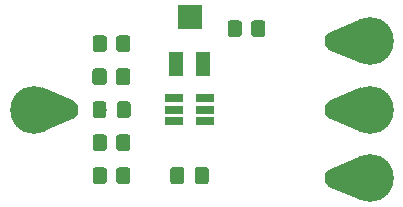
<source format=gbr>
%TF.GenerationSoftware,KiCad,Pcbnew,5.0.2+dfsg1-1*%
%TF.CreationDate,2021-04-27T11:46:40+02:00*%
%TF.ProjectId,eTprox,65547072-6f78-42e6-9b69-6361645f7063,v02*%
%TF.SameCoordinates,Original*%
%TF.FileFunction,Paste,Top*%
%TF.FilePolarity,Positive*%
%FSLAX46Y46*%
G04 Gerber Fmt 4.6, Leading zero omitted, Abs format (unit mm)*
G04 Created by KiCad (PCBNEW 5.0.2+dfsg1-1) date mar. 27 avril 2021 11:46:40 CEST*
%MOMM*%
%LPD*%
G01*
G04 APERTURE LIST*
%ADD10O,4.050000X4.050000*%
%ADD11C,1.770000*%
%ADD12C,0.100000*%
%ADD13R,1.300000X2.000000*%
%ADD14R,2.000000X2.000000*%
%ADD15R,1.560000X0.650000*%
%ADD16C,1.150000*%
%ADD17C,1.175000*%
%ADD18C,1.200000*%
G04 APERTURE END LIST*
D10*
%TO.C,Antenna*%
X60792000Y-68000000D03*
D11*
X63692000Y-68000000D03*
D12*
G36*
X61443441Y-66172868D02*
X61447709Y-66158799D01*
X61454640Y-66145832D01*
X61463967Y-66134467D01*
X61475332Y-66125140D01*
X61488299Y-66118209D01*
X61502368Y-66113941D01*
X61517000Y-66112500D01*
X61531632Y-66113941D01*
X61546544Y-66118564D01*
X64053571Y-67193004D01*
X64070386Y-67199969D01*
X64072666Y-67201188D01*
X64084044Y-67206064D01*
X64096925Y-67213152D01*
X64100191Y-67215900D01*
X64146981Y-67240910D01*
X64219194Y-67289161D01*
X64286330Y-67344258D01*
X64347742Y-67405670D01*
X64402839Y-67472806D01*
X64451090Y-67545019D01*
X64492031Y-67621614D01*
X64525266Y-67701852D01*
X64550478Y-67784963D01*
X64567421Y-67870144D01*
X64575934Y-67956575D01*
X64575934Y-68043425D01*
X64567421Y-68129856D01*
X64550478Y-68215037D01*
X64525266Y-68298148D01*
X64492031Y-68378386D01*
X64451090Y-68454981D01*
X64402839Y-68527194D01*
X64347742Y-68594330D01*
X64286330Y-68655742D01*
X64219194Y-68710839D01*
X64146981Y-68759090D01*
X64100045Y-68784178D01*
X64096168Y-68787360D01*
X64084044Y-68793936D01*
X64072666Y-68798812D01*
X64070386Y-68800031D01*
X64053571Y-68806996D01*
X61546544Y-69881436D01*
X61532528Y-69885875D01*
X61517914Y-69887494D01*
X61503266Y-69886232D01*
X61489146Y-69882136D01*
X61476096Y-69875364D01*
X61464618Y-69866176D01*
X61455152Y-69854925D01*
X61448064Y-69842044D01*
X61443625Y-69828028D01*
X61442000Y-69812500D01*
X61442000Y-66187500D01*
X61443441Y-66172868D01*
X61443441Y-66172868D01*
G37*
%TD*%
D13*
%TO.C,RV1*%
X75150000Y-64158000D03*
D14*
X74000000Y-60158000D03*
D13*
X72850000Y-64158000D03*
%TD*%
D11*
%TO.C,J1*%
X86340000Y-73800000D03*
D12*
G36*
X88588559Y-75627132D02*
X88584291Y-75641201D01*
X88577360Y-75654168D01*
X88568033Y-75665533D01*
X88556668Y-75674860D01*
X88543701Y-75681791D01*
X88529632Y-75686059D01*
X88515000Y-75687500D01*
X88500368Y-75686059D01*
X88485456Y-75681436D01*
X85978429Y-74606996D01*
X85961614Y-74600031D01*
X85959334Y-74598812D01*
X85947956Y-74593936D01*
X85935075Y-74586848D01*
X85931809Y-74584100D01*
X85885019Y-74559090D01*
X85812806Y-74510839D01*
X85745670Y-74455742D01*
X85684258Y-74394330D01*
X85629161Y-74327194D01*
X85580910Y-74254981D01*
X85539969Y-74178386D01*
X85506734Y-74098148D01*
X85481522Y-74015037D01*
X85464579Y-73929856D01*
X85456066Y-73843425D01*
X85456066Y-73756575D01*
X85464579Y-73670144D01*
X85481522Y-73584963D01*
X85506734Y-73501852D01*
X85539969Y-73421614D01*
X85580910Y-73345019D01*
X85629161Y-73272806D01*
X85684258Y-73205670D01*
X85745670Y-73144258D01*
X85812806Y-73089161D01*
X85885019Y-73040910D01*
X85931955Y-73015822D01*
X85935832Y-73012640D01*
X85947956Y-73006064D01*
X85959334Y-73001188D01*
X85961614Y-72999969D01*
X85978429Y-72993004D01*
X88485456Y-71918564D01*
X88499472Y-71914125D01*
X88514086Y-71912506D01*
X88528734Y-71913768D01*
X88542854Y-71917864D01*
X88555904Y-71924636D01*
X88567382Y-71933824D01*
X88576848Y-71945075D01*
X88583936Y-71957956D01*
X88588375Y-71971972D01*
X88590000Y-71987500D01*
X88590000Y-75612500D01*
X88588559Y-75627132D01*
X88588559Y-75627132D01*
G37*
D11*
X86340000Y-68000000D03*
D12*
G36*
X88588559Y-69827132D02*
X88584291Y-69841201D01*
X88577360Y-69854168D01*
X88568033Y-69865533D01*
X88556668Y-69874860D01*
X88543701Y-69881791D01*
X88529632Y-69886059D01*
X88515000Y-69887500D01*
X88500368Y-69886059D01*
X88485456Y-69881436D01*
X85978429Y-68806996D01*
X85961614Y-68800031D01*
X85959334Y-68798812D01*
X85947956Y-68793936D01*
X85935075Y-68786848D01*
X85931809Y-68784100D01*
X85885019Y-68759090D01*
X85812806Y-68710839D01*
X85745670Y-68655742D01*
X85684258Y-68594330D01*
X85629161Y-68527194D01*
X85580910Y-68454981D01*
X85539969Y-68378386D01*
X85506734Y-68298148D01*
X85481522Y-68215037D01*
X85464579Y-68129856D01*
X85456066Y-68043425D01*
X85456066Y-67956575D01*
X85464579Y-67870144D01*
X85481522Y-67784963D01*
X85506734Y-67701852D01*
X85539969Y-67621614D01*
X85580910Y-67545019D01*
X85629161Y-67472806D01*
X85684258Y-67405670D01*
X85745670Y-67344258D01*
X85812806Y-67289161D01*
X85885019Y-67240910D01*
X85931955Y-67215822D01*
X85935832Y-67212640D01*
X85947956Y-67206064D01*
X85959334Y-67201188D01*
X85961614Y-67199969D01*
X85978429Y-67193004D01*
X88485456Y-66118564D01*
X88499472Y-66114125D01*
X88514086Y-66112506D01*
X88528734Y-66113768D01*
X88542854Y-66117864D01*
X88555904Y-66124636D01*
X88567382Y-66133824D01*
X88576848Y-66145075D01*
X88583936Y-66157956D01*
X88588375Y-66171972D01*
X88590000Y-66187500D01*
X88590000Y-69812500D01*
X88588559Y-69827132D01*
X88588559Y-69827132D01*
G37*
D11*
X86340000Y-62200000D03*
D12*
G36*
X88588559Y-64027132D02*
X88584291Y-64041201D01*
X88577360Y-64054168D01*
X88568033Y-64065533D01*
X88556668Y-64074860D01*
X88543701Y-64081791D01*
X88529632Y-64086059D01*
X88515000Y-64087500D01*
X88500368Y-64086059D01*
X88485456Y-64081436D01*
X85978429Y-63006996D01*
X85961614Y-63000031D01*
X85959334Y-62998812D01*
X85947956Y-62993936D01*
X85935075Y-62986848D01*
X85931809Y-62984100D01*
X85885019Y-62959090D01*
X85812806Y-62910839D01*
X85745670Y-62855742D01*
X85684258Y-62794330D01*
X85629161Y-62727194D01*
X85580910Y-62654981D01*
X85539969Y-62578386D01*
X85506734Y-62498148D01*
X85481522Y-62415037D01*
X85464579Y-62329856D01*
X85456066Y-62243425D01*
X85456066Y-62156575D01*
X85464579Y-62070144D01*
X85481522Y-61984963D01*
X85506734Y-61901852D01*
X85539969Y-61821614D01*
X85580910Y-61745019D01*
X85629161Y-61672806D01*
X85684258Y-61605670D01*
X85745670Y-61544258D01*
X85812806Y-61489161D01*
X85885019Y-61440910D01*
X85931955Y-61415822D01*
X85935832Y-61412640D01*
X85947956Y-61406064D01*
X85959334Y-61401188D01*
X85961614Y-61399969D01*
X85978429Y-61393004D01*
X88485456Y-60318564D01*
X88499472Y-60314125D01*
X88514086Y-60312506D01*
X88528734Y-60313768D01*
X88542854Y-60317864D01*
X88555904Y-60324636D01*
X88567382Y-60333824D01*
X88576848Y-60345075D01*
X88583936Y-60357956D01*
X88588375Y-60371972D01*
X88590000Y-60387500D01*
X88590000Y-64012500D01*
X88588559Y-64027132D01*
X88588559Y-64027132D01*
G37*
D10*
X89240000Y-68000000D03*
X89240000Y-73800000D03*
X89240000Y-62200000D03*
%TD*%
D15*
%TO.C,U1*%
X75350000Y-68950000D03*
X75350000Y-68000000D03*
X75350000Y-67050000D03*
X72650000Y-67050000D03*
X72650000Y-68950000D03*
X72650000Y-68000000D03*
%TD*%
D12*
%TO.C,D1*%
G36*
X68779505Y-67301204D02*
X68803773Y-67304804D01*
X68827572Y-67310765D01*
X68850671Y-67319030D01*
X68872850Y-67329520D01*
X68893893Y-67342132D01*
X68913599Y-67356747D01*
X68931777Y-67373223D01*
X68948253Y-67391401D01*
X68962868Y-67411107D01*
X68975480Y-67432150D01*
X68985970Y-67454329D01*
X68994235Y-67477428D01*
X69000196Y-67501227D01*
X69003796Y-67525495D01*
X69005000Y-67549999D01*
X69005000Y-68450001D01*
X69003796Y-68474505D01*
X69000196Y-68498773D01*
X68994235Y-68522572D01*
X68985970Y-68545671D01*
X68975480Y-68567850D01*
X68962868Y-68588893D01*
X68948253Y-68608599D01*
X68931777Y-68626777D01*
X68913599Y-68643253D01*
X68893893Y-68657868D01*
X68872850Y-68670480D01*
X68850671Y-68680970D01*
X68827572Y-68689235D01*
X68803773Y-68695196D01*
X68779505Y-68698796D01*
X68755001Y-68700000D01*
X68104999Y-68700000D01*
X68080495Y-68698796D01*
X68056227Y-68695196D01*
X68032428Y-68689235D01*
X68009329Y-68680970D01*
X67987150Y-68670480D01*
X67966107Y-68657868D01*
X67946401Y-68643253D01*
X67928223Y-68626777D01*
X67911747Y-68608599D01*
X67897132Y-68588893D01*
X67884520Y-68567850D01*
X67874030Y-68545671D01*
X67865765Y-68522572D01*
X67859804Y-68498773D01*
X67856204Y-68474505D01*
X67855000Y-68450001D01*
X67855000Y-67549999D01*
X67856204Y-67525495D01*
X67859804Y-67501227D01*
X67865765Y-67477428D01*
X67874030Y-67454329D01*
X67884520Y-67432150D01*
X67897132Y-67411107D01*
X67911747Y-67391401D01*
X67928223Y-67373223D01*
X67946401Y-67356747D01*
X67966107Y-67342132D01*
X67987150Y-67329520D01*
X68009329Y-67319030D01*
X68032428Y-67310765D01*
X68056227Y-67304804D01*
X68080495Y-67301204D01*
X68104999Y-67300000D01*
X68755001Y-67300000D01*
X68779505Y-67301204D01*
X68779505Y-67301204D01*
G37*
D16*
X68430000Y-68000000D03*
D12*
G36*
X66729505Y-67301204D02*
X66753773Y-67304804D01*
X66777572Y-67310765D01*
X66800671Y-67319030D01*
X66822850Y-67329520D01*
X66843893Y-67342132D01*
X66863599Y-67356747D01*
X66881777Y-67373223D01*
X66898253Y-67391401D01*
X66912868Y-67411107D01*
X66925480Y-67432150D01*
X66935970Y-67454329D01*
X66944235Y-67477428D01*
X66950196Y-67501227D01*
X66953796Y-67525495D01*
X66955000Y-67549999D01*
X66955000Y-68450001D01*
X66953796Y-68474505D01*
X66950196Y-68498773D01*
X66944235Y-68522572D01*
X66935970Y-68545671D01*
X66925480Y-68567850D01*
X66912868Y-68588893D01*
X66898253Y-68608599D01*
X66881777Y-68626777D01*
X66863599Y-68643253D01*
X66843893Y-68657868D01*
X66822850Y-68670480D01*
X66800671Y-68680970D01*
X66777572Y-68689235D01*
X66753773Y-68695196D01*
X66729505Y-68698796D01*
X66705001Y-68700000D01*
X66054999Y-68700000D01*
X66030495Y-68698796D01*
X66006227Y-68695196D01*
X65982428Y-68689235D01*
X65959329Y-68680970D01*
X65937150Y-68670480D01*
X65916107Y-68657868D01*
X65896401Y-68643253D01*
X65878223Y-68626777D01*
X65861747Y-68608599D01*
X65847132Y-68588893D01*
X65834520Y-68567850D01*
X65824030Y-68545671D01*
X65815765Y-68522572D01*
X65809804Y-68498773D01*
X65806204Y-68474505D01*
X65805000Y-68450001D01*
X65805000Y-67549999D01*
X65806204Y-67525495D01*
X65809804Y-67501227D01*
X65815765Y-67477428D01*
X65824030Y-67454329D01*
X65834520Y-67432150D01*
X65847132Y-67411107D01*
X65861747Y-67391401D01*
X65878223Y-67373223D01*
X65896401Y-67356747D01*
X65916107Y-67342132D01*
X65937150Y-67329520D01*
X65959329Y-67319030D01*
X65982428Y-67310765D01*
X66006227Y-67304804D01*
X66030495Y-67301204D01*
X66054999Y-67300000D01*
X66705001Y-67300000D01*
X66729505Y-67301204D01*
X66729505Y-67301204D01*
G37*
D16*
X66380000Y-68000000D03*
%TD*%
D12*
%TO.C,C1*%
G36*
X73324504Y-72864204D02*
X73348773Y-72867804D01*
X73372571Y-72873765D01*
X73395671Y-72882030D01*
X73417849Y-72892520D01*
X73438893Y-72905133D01*
X73458598Y-72919747D01*
X73476777Y-72936223D01*
X73493253Y-72954402D01*
X73507867Y-72974107D01*
X73520480Y-72995151D01*
X73530970Y-73017329D01*
X73539235Y-73040429D01*
X73545196Y-73064227D01*
X73548796Y-73088496D01*
X73550000Y-73113000D01*
X73550000Y-74063000D01*
X73548796Y-74087504D01*
X73545196Y-74111773D01*
X73539235Y-74135571D01*
X73530970Y-74158671D01*
X73520480Y-74180849D01*
X73507867Y-74201893D01*
X73493253Y-74221598D01*
X73476777Y-74239777D01*
X73458598Y-74256253D01*
X73438893Y-74270867D01*
X73417849Y-74283480D01*
X73395671Y-74293970D01*
X73372571Y-74302235D01*
X73348773Y-74308196D01*
X73324504Y-74311796D01*
X73300000Y-74313000D01*
X72625000Y-74313000D01*
X72600496Y-74311796D01*
X72576227Y-74308196D01*
X72552429Y-74302235D01*
X72529329Y-74293970D01*
X72507151Y-74283480D01*
X72486107Y-74270867D01*
X72466402Y-74256253D01*
X72448223Y-74239777D01*
X72431747Y-74221598D01*
X72417133Y-74201893D01*
X72404520Y-74180849D01*
X72394030Y-74158671D01*
X72385765Y-74135571D01*
X72379804Y-74111773D01*
X72376204Y-74087504D01*
X72375000Y-74063000D01*
X72375000Y-73113000D01*
X72376204Y-73088496D01*
X72379804Y-73064227D01*
X72385765Y-73040429D01*
X72394030Y-73017329D01*
X72404520Y-72995151D01*
X72417133Y-72974107D01*
X72431747Y-72954402D01*
X72448223Y-72936223D01*
X72466402Y-72919747D01*
X72486107Y-72905133D01*
X72507151Y-72892520D01*
X72529329Y-72882030D01*
X72552429Y-72873765D01*
X72576227Y-72867804D01*
X72600496Y-72864204D01*
X72625000Y-72863000D01*
X73300000Y-72863000D01*
X73324504Y-72864204D01*
X73324504Y-72864204D01*
G37*
D17*
X72962500Y-73588000D03*
D12*
G36*
X75399504Y-72864204D02*
X75423773Y-72867804D01*
X75447571Y-72873765D01*
X75470671Y-72882030D01*
X75492849Y-72892520D01*
X75513893Y-72905133D01*
X75533598Y-72919747D01*
X75551777Y-72936223D01*
X75568253Y-72954402D01*
X75582867Y-72974107D01*
X75595480Y-72995151D01*
X75605970Y-73017329D01*
X75614235Y-73040429D01*
X75620196Y-73064227D01*
X75623796Y-73088496D01*
X75625000Y-73113000D01*
X75625000Y-74063000D01*
X75623796Y-74087504D01*
X75620196Y-74111773D01*
X75614235Y-74135571D01*
X75605970Y-74158671D01*
X75595480Y-74180849D01*
X75582867Y-74201893D01*
X75568253Y-74221598D01*
X75551777Y-74239777D01*
X75533598Y-74256253D01*
X75513893Y-74270867D01*
X75492849Y-74283480D01*
X75470671Y-74293970D01*
X75447571Y-74302235D01*
X75423773Y-74308196D01*
X75399504Y-74311796D01*
X75375000Y-74313000D01*
X74700000Y-74313000D01*
X74675496Y-74311796D01*
X74651227Y-74308196D01*
X74627429Y-74302235D01*
X74604329Y-74293970D01*
X74582151Y-74283480D01*
X74561107Y-74270867D01*
X74541402Y-74256253D01*
X74523223Y-74239777D01*
X74506747Y-74221598D01*
X74492133Y-74201893D01*
X74479520Y-74180849D01*
X74469030Y-74158671D01*
X74460765Y-74135571D01*
X74454804Y-74111773D01*
X74451204Y-74087504D01*
X74450000Y-74063000D01*
X74450000Y-73113000D01*
X74451204Y-73088496D01*
X74454804Y-73064227D01*
X74460765Y-73040429D01*
X74469030Y-73017329D01*
X74479520Y-72995151D01*
X74492133Y-72974107D01*
X74506747Y-72954402D01*
X74523223Y-72936223D01*
X74541402Y-72919747D01*
X74561107Y-72905133D01*
X74582151Y-72892520D01*
X74604329Y-72882030D01*
X74627429Y-72873765D01*
X74651227Y-72867804D01*
X74675496Y-72864204D01*
X74700000Y-72863000D01*
X75375000Y-72863000D01*
X75399504Y-72864204D01*
X75399504Y-72864204D01*
G37*
D17*
X75037500Y-73588000D03*
%TD*%
D12*
%TO.C,R7*%
G36*
X66770505Y-61713204D02*
X66794773Y-61716804D01*
X66818572Y-61722765D01*
X66841671Y-61731030D01*
X66863850Y-61741520D01*
X66884893Y-61754132D01*
X66904599Y-61768747D01*
X66922777Y-61785223D01*
X66939253Y-61803401D01*
X66953868Y-61823107D01*
X66966480Y-61844150D01*
X66976970Y-61866329D01*
X66985235Y-61889428D01*
X66991196Y-61913227D01*
X66994796Y-61937495D01*
X66996000Y-61961999D01*
X66996000Y-62862001D01*
X66994796Y-62886505D01*
X66991196Y-62910773D01*
X66985235Y-62934572D01*
X66976970Y-62957671D01*
X66966480Y-62979850D01*
X66953868Y-63000893D01*
X66939253Y-63020599D01*
X66922777Y-63038777D01*
X66904599Y-63055253D01*
X66884893Y-63069868D01*
X66863850Y-63082480D01*
X66841671Y-63092970D01*
X66818572Y-63101235D01*
X66794773Y-63107196D01*
X66770505Y-63110796D01*
X66746001Y-63112000D01*
X66045999Y-63112000D01*
X66021495Y-63110796D01*
X65997227Y-63107196D01*
X65973428Y-63101235D01*
X65950329Y-63092970D01*
X65928150Y-63082480D01*
X65907107Y-63069868D01*
X65887401Y-63055253D01*
X65869223Y-63038777D01*
X65852747Y-63020599D01*
X65838132Y-63000893D01*
X65825520Y-62979850D01*
X65815030Y-62957671D01*
X65806765Y-62934572D01*
X65800804Y-62910773D01*
X65797204Y-62886505D01*
X65796000Y-62862001D01*
X65796000Y-61961999D01*
X65797204Y-61937495D01*
X65800804Y-61913227D01*
X65806765Y-61889428D01*
X65815030Y-61866329D01*
X65825520Y-61844150D01*
X65838132Y-61823107D01*
X65852747Y-61803401D01*
X65869223Y-61785223D01*
X65887401Y-61768747D01*
X65907107Y-61754132D01*
X65928150Y-61741520D01*
X65950329Y-61731030D01*
X65973428Y-61722765D01*
X65997227Y-61716804D01*
X66021495Y-61713204D01*
X66045999Y-61712000D01*
X66746001Y-61712000D01*
X66770505Y-61713204D01*
X66770505Y-61713204D01*
G37*
D18*
X66396000Y-62412000D03*
D12*
G36*
X68770505Y-61713204D02*
X68794773Y-61716804D01*
X68818572Y-61722765D01*
X68841671Y-61731030D01*
X68863850Y-61741520D01*
X68884893Y-61754132D01*
X68904599Y-61768747D01*
X68922777Y-61785223D01*
X68939253Y-61803401D01*
X68953868Y-61823107D01*
X68966480Y-61844150D01*
X68976970Y-61866329D01*
X68985235Y-61889428D01*
X68991196Y-61913227D01*
X68994796Y-61937495D01*
X68996000Y-61961999D01*
X68996000Y-62862001D01*
X68994796Y-62886505D01*
X68991196Y-62910773D01*
X68985235Y-62934572D01*
X68976970Y-62957671D01*
X68966480Y-62979850D01*
X68953868Y-63000893D01*
X68939253Y-63020599D01*
X68922777Y-63038777D01*
X68904599Y-63055253D01*
X68884893Y-63069868D01*
X68863850Y-63082480D01*
X68841671Y-63092970D01*
X68818572Y-63101235D01*
X68794773Y-63107196D01*
X68770505Y-63110796D01*
X68746001Y-63112000D01*
X68045999Y-63112000D01*
X68021495Y-63110796D01*
X67997227Y-63107196D01*
X67973428Y-63101235D01*
X67950329Y-63092970D01*
X67928150Y-63082480D01*
X67907107Y-63069868D01*
X67887401Y-63055253D01*
X67869223Y-63038777D01*
X67852747Y-63020599D01*
X67838132Y-63000893D01*
X67825520Y-62979850D01*
X67815030Y-62957671D01*
X67806765Y-62934572D01*
X67800804Y-62910773D01*
X67797204Y-62886505D01*
X67796000Y-62862001D01*
X67796000Y-61961999D01*
X67797204Y-61937495D01*
X67800804Y-61913227D01*
X67806765Y-61889428D01*
X67815030Y-61866329D01*
X67825520Y-61844150D01*
X67838132Y-61823107D01*
X67852747Y-61803401D01*
X67869223Y-61785223D01*
X67887401Y-61768747D01*
X67907107Y-61754132D01*
X67928150Y-61741520D01*
X67950329Y-61731030D01*
X67973428Y-61722765D01*
X67997227Y-61716804D01*
X68021495Y-61713204D01*
X68045999Y-61712000D01*
X68746001Y-61712000D01*
X68770505Y-61713204D01*
X68770505Y-61713204D01*
G37*
D18*
X68396000Y-62412000D03*
%TD*%
D12*
%TO.C,R6*%
G36*
X68754505Y-64507204D02*
X68778773Y-64510804D01*
X68802572Y-64516765D01*
X68825671Y-64525030D01*
X68847850Y-64535520D01*
X68868893Y-64548132D01*
X68888599Y-64562747D01*
X68906777Y-64579223D01*
X68923253Y-64597401D01*
X68937868Y-64617107D01*
X68950480Y-64638150D01*
X68960970Y-64660329D01*
X68969235Y-64683428D01*
X68975196Y-64707227D01*
X68978796Y-64731495D01*
X68980000Y-64755999D01*
X68980000Y-65656001D01*
X68978796Y-65680505D01*
X68975196Y-65704773D01*
X68969235Y-65728572D01*
X68960970Y-65751671D01*
X68950480Y-65773850D01*
X68937868Y-65794893D01*
X68923253Y-65814599D01*
X68906777Y-65832777D01*
X68888599Y-65849253D01*
X68868893Y-65863868D01*
X68847850Y-65876480D01*
X68825671Y-65886970D01*
X68802572Y-65895235D01*
X68778773Y-65901196D01*
X68754505Y-65904796D01*
X68730001Y-65906000D01*
X68029999Y-65906000D01*
X68005495Y-65904796D01*
X67981227Y-65901196D01*
X67957428Y-65895235D01*
X67934329Y-65886970D01*
X67912150Y-65876480D01*
X67891107Y-65863868D01*
X67871401Y-65849253D01*
X67853223Y-65832777D01*
X67836747Y-65814599D01*
X67822132Y-65794893D01*
X67809520Y-65773850D01*
X67799030Y-65751671D01*
X67790765Y-65728572D01*
X67784804Y-65704773D01*
X67781204Y-65680505D01*
X67780000Y-65656001D01*
X67780000Y-64755999D01*
X67781204Y-64731495D01*
X67784804Y-64707227D01*
X67790765Y-64683428D01*
X67799030Y-64660329D01*
X67809520Y-64638150D01*
X67822132Y-64617107D01*
X67836747Y-64597401D01*
X67853223Y-64579223D01*
X67871401Y-64562747D01*
X67891107Y-64548132D01*
X67912150Y-64535520D01*
X67934329Y-64525030D01*
X67957428Y-64516765D01*
X67981227Y-64510804D01*
X68005495Y-64507204D01*
X68029999Y-64506000D01*
X68730001Y-64506000D01*
X68754505Y-64507204D01*
X68754505Y-64507204D01*
G37*
D18*
X68380000Y-65206000D03*
D12*
G36*
X66754505Y-64507204D02*
X66778773Y-64510804D01*
X66802572Y-64516765D01*
X66825671Y-64525030D01*
X66847850Y-64535520D01*
X66868893Y-64548132D01*
X66888599Y-64562747D01*
X66906777Y-64579223D01*
X66923253Y-64597401D01*
X66937868Y-64617107D01*
X66950480Y-64638150D01*
X66960970Y-64660329D01*
X66969235Y-64683428D01*
X66975196Y-64707227D01*
X66978796Y-64731495D01*
X66980000Y-64755999D01*
X66980000Y-65656001D01*
X66978796Y-65680505D01*
X66975196Y-65704773D01*
X66969235Y-65728572D01*
X66960970Y-65751671D01*
X66950480Y-65773850D01*
X66937868Y-65794893D01*
X66923253Y-65814599D01*
X66906777Y-65832777D01*
X66888599Y-65849253D01*
X66868893Y-65863868D01*
X66847850Y-65876480D01*
X66825671Y-65886970D01*
X66802572Y-65895235D01*
X66778773Y-65901196D01*
X66754505Y-65904796D01*
X66730001Y-65906000D01*
X66029999Y-65906000D01*
X66005495Y-65904796D01*
X65981227Y-65901196D01*
X65957428Y-65895235D01*
X65934329Y-65886970D01*
X65912150Y-65876480D01*
X65891107Y-65863868D01*
X65871401Y-65849253D01*
X65853223Y-65832777D01*
X65836747Y-65814599D01*
X65822132Y-65794893D01*
X65809520Y-65773850D01*
X65799030Y-65751671D01*
X65790765Y-65728572D01*
X65784804Y-65704773D01*
X65781204Y-65680505D01*
X65780000Y-65656001D01*
X65780000Y-64755999D01*
X65781204Y-64731495D01*
X65784804Y-64707227D01*
X65790765Y-64683428D01*
X65799030Y-64660329D01*
X65809520Y-64638150D01*
X65822132Y-64617107D01*
X65836747Y-64597401D01*
X65853223Y-64579223D01*
X65871401Y-64562747D01*
X65891107Y-64548132D01*
X65912150Y-64535520D01*
X65934329Y-64525030D01*
X65957428Y-64516765D01*
X65981227Y-64510804D01*
X66005495Y-64507204D01*
X66029999Y-64506000D01*
X66730001Y-64506000D01*
X66754505Y-64507204D01*
X66754505Y-64507204D01*
G37*
D18*
X66380000Y-65206000D03*
%TD*%
D12*
%TO.C,R5*%
G36*
X66770505Y-72889204D02*
X66794773Y-72892804D01*
X66818572Y-72898765D01*
X66841671Y-72907030D01*
X66863850Y-72917520D01*
X66884893Y-72930132D01*
X66904599Y-72944747D01*
X66922777Y-72961223D01*
X66939253Y-72979401D01*
X66953868Y-72999107D01*
X66966480Y-73020150D01*
X66976970Y-73042329D01*
X66985235Y-73065428D01*
X66991196Y-73089227D01*
X66994796Y-73113495D01*
X66996000Y-73137999D01*
X66996000Y-74038001D01*
X66994796Y-74062505D01*
X66991196Y-74086773D01*
X66985235Y-74110572D01*
X66976970Y-74133671D01*
X66966480Y-74155850D01*
X66953868Y-74176893D01*
X66939253Y-74196599D01*
X66922777Y-74214777D01*
X66904599Y-74231253D01*
X66884893Y-74245868D01*
X66863850Y-74258480D01*
X66841671Y-74268970D01*
X66818572Y-74277235D01*
X66794773Y-74283196D01*
X66770505Y-74286796D01*
X66746001Y-74288000D01*
X66045999Y-74288000D01*
X66021495Y-74286796D01*
X65997227Y-74283196D01*
X65973428Y-74277235D01*
X65950329Y-74268970D01*
X65928150Y-74258480D01*
X65907107Y-74245868D01*
X65887401Y-74231253D01*
X65869223Y-74214777D01*
X65852747Y-74196599D01*
X65838132Y-74176893D01*
X65825520Y-74155850D01*
X65815030Y-74133671D01*
X65806765Y-74110572D01*
X65800804Y-74086773D01*
X65797204Y-74062505D01*
X65796000Y-74038001D01*
X65796000Y-73137999D01*
X65797204Y-73113495D01*
X65800804Y-73089227D01*
X65806765Y-73065428D01*
X65815030Y-73042329D01*
X65825520Y-73020150D01*
X65838132Y-72999107D01*
X65852747Y-72979401D01*
X65869223Y-72961223D01*
X65887401Y-72944747D01*
X65907107Y-72930132D01*
X65928150Y-72917520D01*
X65950329Y-72907030D01*
X65973428Y-72898765D01*
X65997227Y-72892804D01*
X66021495Y-72889204D01*
X66045999Y-72888000D01*
X66746001Y-72888000D01*
X66770505Y-72889204D01*
X66770505Y-72889204D01*
G37*
D18*
X66396000Y-73588000D03*
D12*
G36*
X68770505Y-72889204D02*
X68794773Y-72892804D01*
X68818572Y-72898765D01*
X68841671Y-72907030D01*
X68863850Y-72917520D01*
X68884893Y-72930132D01*
X68904599Y-72944747D01*
X68922777Y-72961223D01*
X68939253Y-72979401D01*
X68953868Y-72999107D01*
X68966480Y-73020150D01*
X68976970Y-73042329D01*
X68985235Y-73065428D01*
X68991196Y-73089227D01*
X68994796Y-73113495D01*
X68996000Y-73137999D01*
X68996000Y-74038001D01*
X68994796Y-74062505D01*
X68991196Y-74086773D01*
X68985235Y-74110572D01*
X68976970Y-74133671D01*
X68966480Y-74155850D01*
X68953868Y-74176893D01*
X68939253Y-74196599D01*
X68922777Y-74214777D01*
X68904599Y-74231253D01*
X68884893Y-74245868D01*
X68863850Y-74258480D01*
X68841671Y-74268970D01*
X68818572Y-74277235D01*
X68794773Y-74283196D01*
X68770505Y-74286796D01*
X68746001Y-74288000D01*
X68045999Y-74288000D01*
X68021495Y-74286796D01*
X67997227Y-74283196D01*
X67973428Y-74277235D01*
X67950329Y-74268970D01*
X67928150Y-74258480D01*
X67907107Y-74245868D01*
X67887401Y-74231253D01*
X67869223Y-74214777D01*
X67852747Y-74196599D01*
X67838132Y-74176893D01*
X67825520Y-74155850D01*
X67815030Y-74133671D01*
X67806765Y-74110572D01*
X67800804Y-74086773D01*
X67797204Y-74062505D01*
X67796000Y-74038001D01*
X67796000Y-73137999D01*
X67797204Y-73113495D01*
X67800804Y-73089227D01*
X67806765Y-73065428D01*
X67815030Y-73042329D01*
X67825520Y-73020150D01*
X67838132Y-72999107D01*
X67852747Y-72979401D01*
X67869223Y-72961223D01*
X67887401Y-72944747D01*
X67907107Y-72930132D01*
X67928150Y-72917520D01*
X67950329Y-72907030D01*
X67973428Y-72898765D01*
X67997227Y-72892804D01*
X68021495Y-72889204D01*
X68045999Y-72888000D01*
X68746001Y-72888000D01*
X68770505Y-72889204D01*
X68770505Y-72889204D01*
G37*
D18*
X68396000Y-73588000D03*
%TD*%
D12*
%TO.C,R4*%
G36*
X80200505Y-60443204D02*
X80224773Y-60446804D01*
X80248572Y-60452765D01*
X80271671Y-60461030D01*
X80293850Y-60471520D01*
X80314893Y-60484132D01*
X80334599Y-60498747D01*
X80352777Y-60515223D01*
X80369253Y-60533401D01*
X80383868Y-60553107D01*
X80396480Y-60574150D01*
X80406970Y-60596329D01*
X80415235Y-60619428D01*
X80421196Y-60643227D01*
X80424796Y-60667495D01*
X80426000Y-60691999D01*
X80426000Y-61592001D01*
X80424796Y-61616505D01*
X80421196Y-61640773D01*
X80415235Y-61664572D01*
X80406970Y-61687671D01*
X80396480Y-61709850D01*
X80383868Y-61730893D01*
X80369253Y-61750599D01*
X80352777Y-61768777D01*
X80334599Y-61785253D01*
X80314893Y-61799868D01*
X80293850Y-61812480D01*
X80271671Y-61822970D01*
X80248572Y-61831235D01*
X80224773Y-61837196D01*
X80200505Y-61840796D01*
X80176001Y-61842000D01*
X79475999Y-61842000D01*
X79451495Y-61840796D01*
X79427227Y-61837196D01*
X79403428Y-61831235D01*
X79380329Y-61822970D01*
X79358150Y-61812480D01*
X79337107Y-61799868D01*
X79317401Y-61785253D01*
X79299223Y-61768777D01*
X79282747Y-61750599D01*
X79268132Y-61730893D01*
X79255520Y-61709850D01*
X79245030Y-61687671D01*
X79236765Y-61664572D01*
X79230804Y-61640773D01*
X79227204Y-61616505D01*
X79226000Y-61592001D01*
X79226000Y-60691999D01*
X79227204Y-60667495D01*
X79230804Y-60643227D01*
X79236765Y-60619428D01*
X79245030Y-60596329D01*
X79255520Y-60574150D01*
X79268132Y-60553107D01*
X79282747Y-60533401D01*
X79299223Y-60515223D01*
X79317401Y-60498747D01*
X79337107Y-60484132D01*
X79358150Y-60471520D01*
X79380329Y-60461030D01*
X79403428Y-60452765D01*
X79427227Y-60446804D01*
X79451495Y-60443204D01*
X79475999Y-60442000D01*
X80176001Y-60442000D01*
X80200505Y-60443204D01*
X80200505Y-60443204D01*
G37*
D18*
X79826000Y-61142000D03*
D12*
G36*
X78200505Y-60443204D02*
X78224773Y-60446804D01*
X78248572Y-60452765D01*
X78271671Y-60461030D01*
X78293850Y-60471520D01*
X78314893Y-60484132D01*
X78334599Y-60498747D01*
X78352777Y-60515223D01*
X78369253Y-60533401D01*
X78383868Y-60553107D01*
X78396480Y-60574150D01*
X78406970Y-60596329D01*
X78415235Y-60619428D01*
X78421196Y-60643227D01*
X78424796Y-60667495D01*
X78426000Y-60691999D01*
X78426000Y-61592001D01*
X78424796Y-61616505D01*
X78421196Y-61640773D01*
X78415235Y-61664572D01*
X78406970Y-61687671D01*
X78396480Y-61709850D01*
X78383868Y-61730893D01*
X78369253Y-61750599D01*
X78352777Y-61768777D01*
X78334599Y-61785253D01*
X78314893Y-61799868D01*
X78293850Y-61812480D01*
X78271671Y-61822970D01*
X78248572Y-61831235D01*
X78224773Y-61837196D01*
X78200505Y-61840796D01*
X78176001Y-61842000D01*
X77475999Y-61842000D01*
X77451495Y-61840796D01*
X77427227Y-61837196D01*
X77403428Y-61831235D01*
X77380329Y-61822970D01*
X77358150Y-61812480D01*
X77337107Y-61799868D01*
X77317401Y-61785253D01*
X77299223Y-61768777D01*
X77282747Y-61750599D01*
X77268132Y-61730893D01*
X77255520Y-61709850D01*
X77245030Y-61687671D01*
X77236765Y-61664572D01*
X77230804Y-61640773D01*
X77227204Y-61616505D01*
X77226000Y-61592001D01*
X77226000Y-60691999D01*
X77227204Y-60667495D01*
X77230804Y-60643227D01*
X77236765Y-60619428D01*
X77245030Y-60596329D01*
X77255520Y-60574150D01*
X77268132Y-60553107D01*
X77282747Y-60533401D01*
X77299223Y-60515223D01*
X77317401Y-60498747D01*
X77337107Y-60484132D01*
X77358150Y-60471520D01*
X77380329Y-60461030D01*
X77403428Y-60452765D01*
X77427227Y-60446804D01*
X77451495Y-60443204D01*
X77475999Y-60442000D01*
X78176001Y-60442000D01*
X78200505Y-60443204D01*
X78200505Y-60443204D01*
G37*
D18*
X77826000Y-61142000D03*
%TD*%
D12*
%TO.C,R3*%
G36*
X66770505Y-70095204D02*
X66794773Y-70098804D01*
X66818572Y-70104765D01*
X66841671Y-70113030D01*
X66863850Y-70123520D01*
X66884893Y-70136132D01*
X66904599Y-70150747D01*
X66922777Y-70167223D01*
X66939253Y-70185401D01*
X66953868Y-70205107D01*
X66966480Y-70226150D01*
X66976970Y-70248329D01*
X66985235Y-70271428D01*
X66991196Y-70295227D01*
X66994796Y-70319495D01*
X66996000Y-70343999D01*
X66996000Y-71244001D01*
X66994796Y-71268505D01*
X66991196Y-71292773D01*
X66985235Y-71316572D01*
X66976970Y-71339671D01*
X66966480Y-71361850D01*
X66953868Y-71382893D01*
X66939253Y-71402599D01*
X66922777Y-71420777D01*
X66904599Y-71437253D01*
X66884893Y-71451868D01*
X66863850Y-71464480D01*
X66841671Y-71474970D01*
X66818572Y-71483235D01*
X66794773Y-71489196D01*
X66770505Y-71492796D01*
X66746001Y-71494000D01*
X66045999Y-71494000D01*
X66021495Y-71492796D01*
X65997227Y-71489196D01*
X65973428Y-71483235D01*
X65950329Y-71474970D01*
X65928150Y-71464480D01*
X65907107Y-71451868D01*
X65887401Y-71437253D01*
X65869223Y-71420777D01*
X65852747Y-71402599D01*
X65838132Y-71382893D01*
X65825520Y-71361850D01*
X65815030Y-71339671D01*
X65806765Y-71316572D01*
X65800804Y-71292773D01*
X65797204Y-71268505D01*
X65796000Y-71244001D01*
X65796000Y-70343999D01*
X65797204Y-70319495D01*
X65800804Y-70295227D01*
X65806765Y-70271428D01*
X65815030Y-70248329D01*
X65825520Y-70226150D01*
X65838132Y-70205107D01*
X65852747Y-70185401D01*
X65869223Y-70167223D01*
X65887401Y-70150747D01*
X65907107Y-70136132D01*
X65928150Y-70123520D01*
X65950329Y-70113030D01*
X65973428Y-70104765D01*
X65997227Y-70098804D01*
X66021495Y-70095204D01*
X66045999Y-70094000D01*
X66746001Y-70094000D01*
X66770505Y-70095204D01*
X66770505Y-70095204D01*
G37*
D18*
X66396000Y-70794000D03*
D12*
G36*
X68770505Y-70095204D02*
X68794773Y-70098804D01*
X68818572Y-70104765D01*
X68841671Y-70113030D01*
X68863850Y-70123520D01*
X68884893Y-70136132D01*
X68904599Y-70150747D01*
X68922777Y-70167223D01*
X68939253Y-70185401D01*
X68953868Y-70205107D01*
X68966480Y-70226150D01*
X68976970Y-70248329D01*
X68985235Y-70271428D01*
X68991196Y-70295227D01*
X68994796Y-70319495D01*
X68996000Y-70343999D01*
X68996000Y-71244001D01*
X68994796Y-71268505D01*
X68991196Y-71292773D01*
X68985235Y-71316572D01*
X68976970Y-71339671D01*
X68966480Y-71361850D01*
X68953868Y-71382893D01*
X68939253Y-71402599D01*
X68922777Y-71420777D01*
X68904599Y-71437253D01*
X68884893Y-71451868D01*
X68863850Y-71464480D01*
X68841671Y-71474970D01*
X68818572Y-71483235D01*
X68794773Y-71489196D01*
X68770505Y-71492796D01*
X68746001Y-71494000D01*
X68045999Y-71494000D01*
X68021495Y-71492796D01*
X67997227Y-71489196D01*
X67973428Y-71483235D01*
X67950329Y-71474970D01*
X67928150Y-71464480D01*
X67907107Y-71451868D01*
X67887401Y-71437253D01*
X67869223Y-71420777D01*
X67852747Y-71402599D01*
X67838132Y-71382893D01*
X67825520Y-71361850D01*
X67815030Y-71339671D01*
X67806765Y-71316572D01*
X67800804Y-71292773D01*
X67797204Y-71268505D01*
X67796000Y-71244001D01*
X67796000Y-70343999D01*
X67797204Y-70319495D01*
X67800804Y-70295227D01*
X67806765Y-70271428D01*
X67815030Y-70248329D01*
X67825520Y-70226150D01*
X67838132Y-70205107D01*
X67852747Y-70185401D01*
X67869223Y-70167223D01*
X67887401Y-70150747D01*
X67907107Y-70136132D01*
X67928150Y-70123520D01*
X67950329Y-70113030D01*
X67973428Y-70104765D01*
X67997227Y-70098804D01*
X68021495Y-70095204D01*
X68045999Y-70094000D01*
X68746001Y-70094000D01*
X68770505Y-70095204D01*
X68770505Y-70095204D01*
G37*
D18*
X68396000Y-70794000D03*
%TD*%
M02*

</source>
